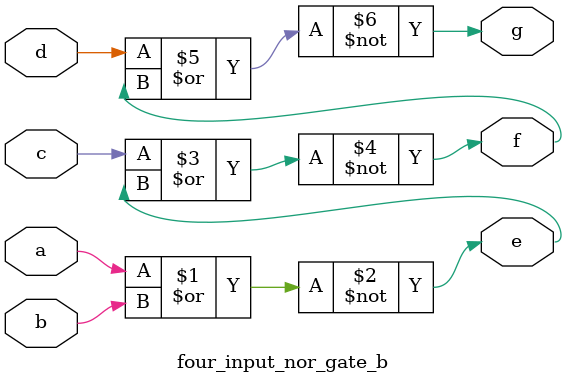
<source format=v>
`timescale 1ns / 1ps


module four_input_nor_gate_b(
    input a,
    input b,
    input c,
    input d,
    output e,
    output f,
    output g
    );
    
    assign e = ~(a | b);
    assign f = ~(c | e);
    assign g = ~(d | f);
endmodule

</source>
